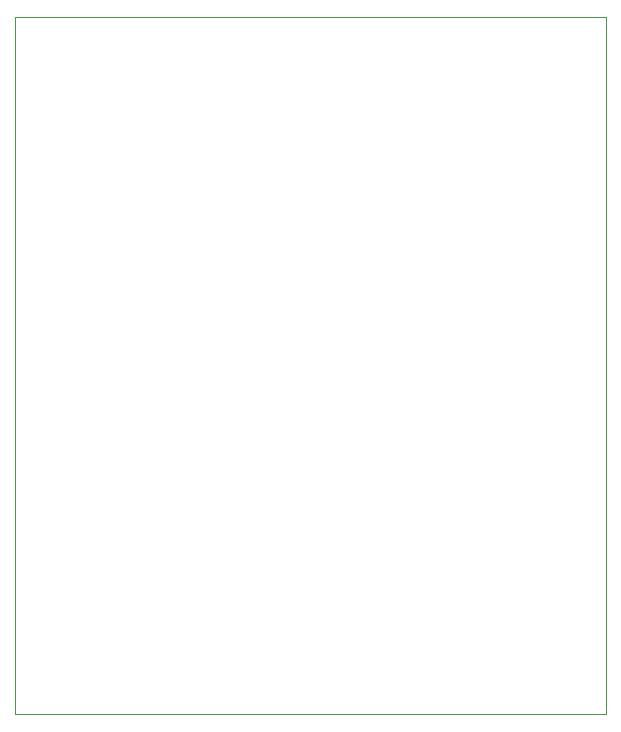
<source format=gbr>
G04 #@! TF.GenerationSoftware,KiCad,Pcbnew,(5.1.2-1)-1*
G04 #@! TF.CreationDate,2020-02-13T23:28:20-08:00*
G04 #@! TF.ProjectId,LM2576,4c4d3235-3736-42e6-9b69-6361645f7063,rev?*
G04 #@! TF.SameCoordinates,Original*
G04 #@! TF.FileFunction,Profile,NP*
%FSLAX46Y46*%
G04 Gerber Fmt 4.6, Leading zero omitted, Abs format (unit mm)*
G04 Created by KiCad (PCBNEW (5.1.2-1)-1) date 2020-02-13 23:28:20*
%MOMM*%
%LPD*%
G04 APERTURE LIST*
%ADD10C,0.050000*%
G04 APERTURE END LIST*
D10*
X62000000Y-71000000D02*
X62000000Y-62000000D01*
X12000000Y-71000000D02*
X62000000Y-71000000D01*
X12000000Y-62000000D02*
X12000000Y-71000000D01*
X12000000Y-62000000D02*
X12000000Y-12000000D01*
X62000000Y-12000000D02*
X62000000Y-62000000D01*
X12000000Y-12000000D02*
X62000000Y-12000000D01*
M02*

</source>
